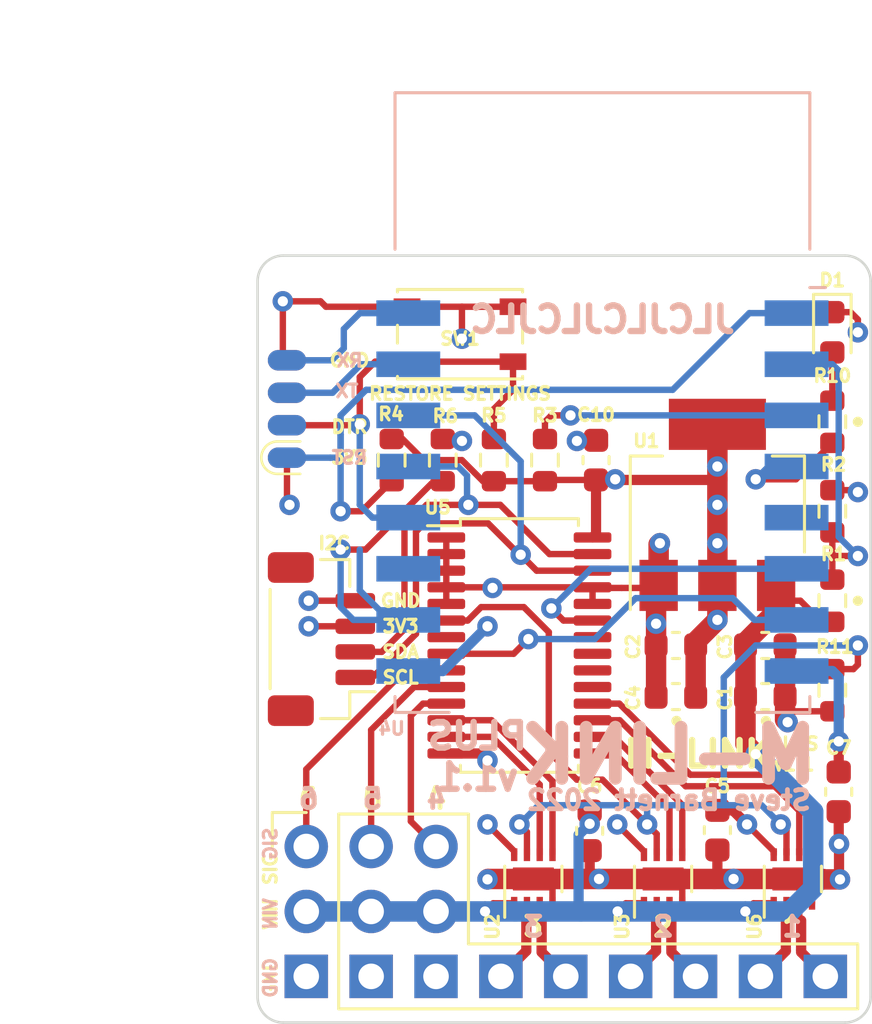
<source format=kicad_pcb>
(kicad_pcb (version 20211014) (generator pcbnew)
  (layers (0 "F.Cu" signal) (1 "In1.Cu" signal) (2 "In2.Cu" signal) (31 "B.Cu" signal) (34 "B.Paste" user) (35 "F.Paste" user) (36 "B.SilkS" user "B.Silkscreen") (37 "F.SilkS" user "F.Silkscreen") (38 "B.Mask" user) (39 "F.Mask" user) (44 "Edge.Cuts" user))
  (net 0 "")
  (net 1 "GND")
  (net 2 "/DTR")
  (net 3 "/RX")
  (net 4 "/TX")
  (net 5 "+5V")
  (net 6 "/RESET")
  (net 7 "/ADC")
  (net 8 "/EN")
  (net 9 "/CH1")
  (net 10 "/CH2")
  (net 11 "/CH3")
  (net 12 "/CH5")
  (net 13 "/CH4")
  (net 14 "Net-(D1-Pad2)")
  (net 15 "/CH6")
  (net 16 "/MTDI")
  (net 17 "/LED1")
  (net 18 "+3V3")
  (net 19 "/SCL")
  (net 20 "/SDA")
  (net 21 "/SLEEP")
  (net 29 "/CH7")
  (net 30 "/M1A")
  (net 31 "/M2A")
  (net 32 "/M2B")
  (net 33 "/M1B")
  (net 34 "/CH8")
  (net 35 "/CH9")
  (net 36 "/M3A")
  (net 37 "/M3B")
  (net 38 "/ENABLE")
  (net 40 "/FEEDBACK")
  (footprint "Capacitor_SMD:C_0603_1608Metric" (layer "F.Cu") (at 92.25 77 90)
    (fp_text reference "C10")
    (fp_text value "100n")
  )
  (footprint "Resistor_SMD:R_0603_1608Metric" (layer "F.Cu") (at 101.5 82.5 90)
    (fp_text reference "R1")
    (fp_text value "33k")
  )
  (footprint "Package_SON:WSON-8-1EP_2x2mm_P0.5mm_EP0.9x1.6mm" (layer "F.Cu") (at 94.875 93.384 90)
    (fp_text reference "U3")
    (fp_text value "DRV8837C")
  )
  (footprint "Package_TO_SOT_SMD:SOT-223-3_TabPin2" (layer "F.Cu") (at 97 78.75 90)
    (fp_text reference "U1")
    (fp_text value "AP1117-33")
  )
  (footprint "LED_SMD:LED_0603_1608Metric" (layer "F.Cu") (at 101.5 72 -90)
    (fp_text reference "D1")
    (fp_text value "STATUS")
  )
  (footprint "new_moop_items:SW_SPST_PTS810" (layer "F.Cu") (at 86.925 72.075)
    (fp_text reference "SW1")
    (fp_text value "RESTORE SETTINGS")
  )
  (footprint "Package_SON:WSON-8-1EP_2x2mm_P0.5mm_EP0.9x1.6mm" (layer "F.Cu") (at 99.955 93.384 90)
    (fp_text reference "U6")
    (fp_text value "DRV8837C")
  )
  (footprint "Capacitor_SMD:C_0603_1608Metric" (layer "F.Cu") (at 98.875 86.25)
    (fp_text reference "C1")
    (fp_text value "1u")
  )
  (footprint "Capacitor_SMD:C_0603_1608Metric" (layer "F.Cu") (at 98.875 84.25)
    (fp_text reference "C3")
    (fp_text value "100n")
  )
  (footprint "Capacitor_SMD:C_0603_1608Metric" (layer "F.Cu") (at 101.75 89.975 -90)
    (fp_text reference "C7")
    (fp_text value "100n")
  )
  (footprint "Package_SON:WSON-8-1EP_2x2mm_P0.5mm_EP0.9x1.6mm" (layer "F.Cu") (at 89.795 93.384 90)
    (fp_text reference "U2")
    (fp_text value "DRV8837C")
  )
  (footprint "new_moop_items:ServoHeader_3x06_P2.54mm_Vertical" (layer "F.Cu") (at 80.905 97.194 90)
    (fp_text reference "J3" hide)
    (fp_text value "SIG")
  )
  (footprint "Capacitor_SMD:C_0603_1608Metric" (layer "F.Cu") (at 95.375 86.25 180)
    (fp_text reference "C4")
    (fp_text value "1u")
  )
  (footprint "Package_SO:TSSOP-28_4.4x9.7mm_P0.65mm" (layer "F.Cu") (at 89.25 84.25)
    (fp_text reference "U5")
    (fp_text value "PCA9685PW")
  )
  (footprint "Resistor_SMD:R_0603_1608Metric" (layer "F.Cu") (at 101.5 75.5 90)
    (fp_text reference "R10")
    (fp_text value "100")
  )
  (footprint "Resistor_SMD:R_0603_1608Metric" (layer "F.Cu") (at 84.25 77 -90)
    (fp_text reference "R4")
    (fp_text value "10k")
  )
  (footprint "Resistor_SMD:R_0603_1608Metric" (layer "F.Cu") (at 90.25 77 90)
    (fp_text reference "R3")
    (fp_text value "10k")
  )
  (footprint "Capacitor_SMD:C_0603_1608Metric" (layer "F.Cu") (at 97 91.475 -90)
    (fp_text reference "C5")
    (fp_text value "100n")
  )
  (footprint "Connector_JST:JST_SH_BM04B-SRSS-TB_1x04-1MP_P1.00mm_Vertical" (layer "F.Cu") (at 81.5 84 90)
    (fp_text reference "J5" hide)
    (fp_text value "I2C")
  )
  (footprint "Capacitor_SMD:C_0603_1608Metric" (layer "F.Cu") (at 95.375 84.25 180)
    (fp_text reference "C2")
    (fp_text value "100n")
  )
  (footprint "Capacitor_SMD:C_0603_1608Metric" (layer "F.Cu") (at 92 91.5 -90)
    (fp_text reference "C6")
    (fp_text value "100n")
  )
  (footprint "Resistor_SMD:R_0603_1608Metric" (layer "F.Cu") (at 101.5 86 90)
    (fp_text reference "R11")
    (fp_text value "10k")
  )
  (footprint "Resistor_SMD:R_0603_1608Metric" (layer "F.Cu") (at 101.5 79 90)
    (fp_text reference "R2")
    (fp_text value "10k")
  )
  (footprint "Resistor_SMD:R_0603_1608Metric" (layer "F.Cu") (at 86.25 77 90)
    (fp_text reference "R6")
    (fp_text value "10k")
  )
  (footprint "Resistor_SMD:R_0603_1608Metric" (layer "F.Cu") (at 88.25 77 90)
    (fp_text reference "R5")
    (fp_text value "10k")
  )
  (footprint "new_moop_items:SOIC_clipProgSmall" (layer "F.Cu") (at 79.4 75 -90)
    (fp_text reference "J4")
    (fp_text value "PROGRAM")
  )
  (footprint "RF_Module:ESP-12E" (layer "B.Cu") (at 92.5 74.75 180)
    (fp_text reference "U4")
    (fp_text value "ESP-12F")
  )
  (gr_circle (center 98.9 87.2) (end 99 87.2) (layer "F.SilkS") (width 0.2) (fill none))
  (gr_circle (center 102.5 82.5) (end 102.6 82.5) (layer "F.SilkS") (width 0.2) (fill none))
  (gr_circle (center 95.4 87.2) (end 95.5 87.2) (layer "F.SilkS") (width 0.2) (fill none))
  (gr_circle (center 102.5 75.5) (end 102.6 75.5) (layer "F.SilkS") (width 0.2) (fill none))
  (gr_line (start 103 81) (end 103 98) (layer "Edge.Cuts") (width 0.1))
  (gr_arc (start 80 99) (mid 79.292893 98.707107) (end 79 98) (layer "Edge.Cuts") (width 0.1))
  (gr_line (start 102 99) (end 80 99) (layer "Edge.Cuts") (width 0.1))
  (gr_line (start 79 70) (end 79 98) (layer "Edge.Cuts") (width 0.1))
  (gr_arc (start 79 70) (mid 79.292893 69.292893) (end 80 69) (layer "Edge.Cuts") (width 0.1))
  (gr_arc (start 103 98) (mid 102.707107 98.707107) (end 102 99) (layer "Edge.Cuts") (width 0.1))
  (gr_line (start 103 70) (end 103 81) (layer "Edge.Cuts") (width 0.1))
  (gr_arc (start 102 69) (mid 102.707107 69.292893) (end 103 70) (layer "Edge.Cuts") (width 0.1))
  (gr_line (start 80 69) (end 102 69) (layer "Edge.Cuts") (width 0.1))
  (gr_text "TX" (at 82.5 74.3) (layer "B.SilkS") (effects (font (size 0.5 0.5) (thickness 0.125)) (justify mirror)))
  (gr_text "GND" (at 79.5 97.25 90) (layer "B.SilkS") (effects (font (size 0.5 0.5) (thickness 0.125)) (justify mirror)))
  (gr_text "JLCJLCJLCJLC" (at 92.5 71.5) (layer "B.SilkS") (effects (font (size 1 1) (thickness 0.25)) (justify mirror)))
  (gr_text "RX" (at 82.6 73.1) (layer "B.SilkS") (effects (font (size 0.5 0.5) (thickness 0.125)) (justify mirror)))
  (gr_text "3" (at 89.795 95.25) (layer "B.SilkS") (effects (font (size 0.75 0.75) (thickness 0.1875)) (justify mirror)))
  (gr_text "M-LINK" (at 95.1 88.55) (layer "B.SilkS") (effects (font (size 2 2) (thickness 0.5)) (justify mirror)))
  (gr_text "6" (at 81 90.25) (layer "B.SilkS") (effects (font (size 0.75 0.75) (thickness 0.1875)) (justify mirror)))
  (gr_text "2" (at 94.875 95.25) (layer "B.SilkS") (effects (font (size 0.75 0.75) (thickness 0.1875)) (justify mirror)))
  (gr_text "1" (at 99.93 95.25) (layer "B.SilkS") (effects (font (size 0.75 0.75) (thickness 0.1875)) (justify mirror)))
  (gr_text "PLUS\nv1.1" (at 87.6 88.6) (layer "B.SilkS") (effects (font (size 1 1) (thickness 0.25)) (justify mirror)))
  (gr_text "Steve Barnett 2022" (at 95.1 90.3) (layer "B.SilkS") (effects (font (size 0.75 0.75) (thickness 0.1875)) (justify mirror)))
  (gr_text "4" (at 86 90.25) (layer "B.SilkS") (effects (font (size 0.75 0.75) (thickness 0.1875)) (justify mirror)))
  (gr_text "VIN" (at 79.5 94.75 90) (layer "B.SilkS") (effects (font (size 0.5 0.5) (thickness 0.125)) (justify mirror)))
  (gr_text "SIG" (at 79.5 92 90) (layer "B.SilkS") (effects (font (size 0.5 0.5) (thickness 0.125)) (justify mirror)))
  (gr_text "RST" (at 82.6 76.9) (layer "B.SilkS") (effects (font (size 0.5 0.5) (thickness 0.125)) (justify mirror)))
  (gr_text "5" (at 83.5 90.25) (layer "B.SilkS") (effects (font (size 0.75 0.75) (thickness 0.1875)) (justify mirror)))
  (gr_text "3V3" (at 84.6 83.5) (layer "F.SilkS") (effects (font (size 0.5 0.5) (thickness 0.125))))
  (gr_text "GND" (at 79.5 97.25 90) (layer "F.SilkS") (effects (font (size 0.5 0.5) (thickness 0.125))))
  (gr_text "VIN" (at 79.5 94.75 90) (layer "F.SilkS") (effects (font (size 0.5 0.5) (thickness 0.125))))
  (gr_text "6" (at 81 90.25) (layer "F.SilkS") (effects (font (size 0.75 0.75) (thickness 0.1875))))
  (gr_text "GND" (at 82.6 73.1) (layer "F.SilkS") (effects (font (size 0.5 0.5) (thickness 0.125))))
  (gr_text "3V3" (at 82.6 76.9) (layer "F.SilkS") (effects (font (size 0.5 0.5) (thickness 0.125))))
  (gr_text "M-LINK" (at 96.25 88.5) (layer "F.SilkS") (effects (font (size 1 1) (thickness 0.25))))
  (gr_text "DTR" (at 82.6 75.7) (layer "F.SilkS") (effects (font (size 0.5 0.5) (thickness 0.125))))
  (gr_text "PLUS\nv1.1" (at 100 88.5) (layer "F.SilkS") (effects (font (size 0.5 0.5) (thickness 0.125))))
  (gr_text "GND" (at 84.6 82.5) (layer "F.SilkS") (effects (font (size 0.5 0.5) (thickness 0.125))))
  (gr_text "SCL" (at 84.6 85.5) (layer "F.SilkS") (effects (font (size 0.5 0.5) (thickness 0.125))))
  (gr_text "SDA" (at 84.6 84.5) (layer "F.SilkS") (effects (font (size 0.5 0.5) (thickness 0.125))))
  (gr_text "1" (at 99.93 95.25) (layer "F.SilkS") (effects (font (size 0.75 0.75) (thickness 0.1875))))
  (gr_text "2" (at 94.875 95.25) (layer "F.SilkS") (effects (font (size 0.75 0.75) (thickness 0.1875))))
  (gr_text "5" (at 83.5 90.25) (layer "F.SilkS") (effects (font (size 0.75 0.75) (thickness 0.1875))))
  (gr_text "3" (at 89.795 95.25) (layer "F.SilkS") (effects (font (size 0.75 0.75) (thickness 0.1875))))
  (gr_text "SIG" (at 79.5 93 90) (layer "F.SilkS") (effects (font (size 0.5 0.5) (thickness 0.125))))
  (gr_text "4" (at 86 90.25) (layer "F.SilkS") (effects (font (size 0.75 0.75) (thickness 0.1875))))
  (segment (start 101.762299 92.012299) (end 101.762299 93.362299) (width 0.4) (layer "F.Cu") (net 1))
  (segment (start 101.5 78.175) (end 102.425 78.175) (width 0.25) (layer "F.Cu") (net 1))
  (segment (start 95.716 93.384) (end 96.884 93.384) (width 0.8) (layer "F.Cu") (net 1))
  (segment (start 94.6 82) (end 94.7 81.9) (width 0.8) (layer "F.Cu") (net 1))
  (segment (start 93.25 82) (end 92.1375 82) (width 0.25) (layer "F.Cu") (net 1))
  (segment (start 100.705 93.845) (end 101.116 93.434) (width 0.25) (layer "F.Cu") (net 1))
  (segment (start 92.25 76.225) (end 91.525 76.225) (width 0.4) (layer "F.Cu") (net 1))
  (segment (start 94.7 81.9) (end 94.7 80.3) (width 0.8) (layer "F.Cu") (net 1))
  (segment (start 86.925 76.175) (end 87 76.25) (width 0.25) (layer "F.Cu") (net 1))
  (segment (start 86.3875 80.025) (end 86.3875 82.625) (width 0.25) (layer "F.Cu") (net 1))
  (segment (start 101.5 86.825) (end 99.975 86.825) (width 0.25) (layer "F.Cu") (net 1))
  (segment (start 79.987701 72.932701) (end 80.15 73.095) (width 0.25) (layer "F.Cu") (net 1))
  (segment (start 101.132 93.4) (end 101.8 93.4) (width 0.8) (layer "F.Cu") (net 1))
  (segment (start 94.875 93.384) (end 95.716 93.384) (width 0.8) (layer "F.Cu") (net 1))
  (segment (start 97 93.268) (end 96.884 93.384) (width 0.4) (layer "F.Cu") (net 1))
  (segment (start 79.987701 70.787701) (end 81.462299 70.787701) (width 0.25) (layer "F.Cu") (net 1))
  (segment (start 79.987701 70.787701) (end 79.987701 72.932701) (width 0.25) (layer "F.Cu") (net 1))
  (segment (start 92.1125 81.975) (end 86.3875 81.975) (width 0.25) (layer "F.Cu") (net 1))
  (segment (start 101.75 92) (end 101.762299 92.012299) (width 0.4) (layer "F.Cu") (net 1))
  (segment (start 89.795 93.384) (end 90.866 93.384) (width 0.8) (layer "F.Cu") (net 1))
  (segment (start 87 71) (end 84.85 71) (width 0.25) (layer "F.Cu") (net 1))
  (segment (start 94.6 82) (end 93.25 82) (width 0.25) (layer "F.Cu") (net 1))
  (segment (start 101.75 90.75) (end 101.75 92) (width 0.4) (layer "F.Cu") (net 1))
  (segment (start 99.955 93.384) (end 101.116 93.384) (width 0.8) (layer "F.Cu") (net 1))
  (segment (start 97 92.25) (end 97 93.268) (width 0.4) (layer "F.Cu") (net 1))
  (segment (start 89 71) (end 87 71) (width 0.25) (layer "F.Cu") (net 1))
  (segment (start 91.525 76.225) (end 91.5 76.25) (width 0.4) (layer "F.Cu") (net 1))
  (segment (start 102.5 71.5) (end 102.2125 71.2125) (width 0.25) (layer "F.Cu") (net 1))
  (segment (start 94.6 84.25) (end 94.6 82) (width 0.8) (layer "F.Cu") (net 1))
  (segment (start 99.65 87.15) (end 99.75 87.25) (width 0.8) (layer "F.Cu") (net 1))
  (segment (start 92 93.268) (end 91.884 93.384) (width 0.4) (layer "F.Cu") (net 1))
  (segment (start 96.884 93.384) (end 99.955 93.384) (width 0.8) (layer "F.Cu") (net 1))
  (segment (start 100.705 94.334) (end 100.705 93.845) (width 0.25) (layer "F.Cu") (net 1))
  (segment (start 87.725 88.475) (end 88 88.75) (width 0.4) (layer "F.Cu") (net 1))
  (segment (start 86.9 72.35) (end 87 72.25) (width 0.25) (layer "F.Cu") (net 1))
  (segment (start 95.625 94.334) (end 95.625 93.475) (width 0.25) (layer "F.Cu") (net 1))
  (segment (start 90.545 93.705) (end 90.866 93.384) (width 0.25) (layer "F.Cu") (net 1))
  (segment (start 102.5 72) (end 102.5 71.5) (width 0.25) (layer "F.Cu") (net 1))
  (segment (start 99.65 84.25) (end 99.65 86.25) (width 0.8) (layer "F.Cu") (net 1))
  (segment (start 101.762299 93.362299) (end 101.8 93.4) (width 0.4) (layer "F.Cu") (net 1))
  (segment (start 94.6 86.25) (end 94.6 84.25) (width 0.8) (layer "F.Cu") (net 1))
  (segment (start 90.545 94.334) (end 90.545 93.705) (width 0.25) (layer "F.Cu") (net 1))
  (segment (start 86.25 76.175) (end 86.925 76.175) (width 0.25) (layer "F.Cu") (net 1))
  (segment (start 95.625 93.475) (end 95.716 93.384) (width 0.25) (layer "F.Cu") (net 1))
  (segment (start 87 72.25) (end 87 71) (width 0.25) (layer "F.Cu") (net 1))
  (segment (start 92 92.275) (end 92 93.268) (width 0.4) (layer "F.Cu") (net 1))
  (segment (start 101.116 93.434) (end 101.116 93.384) (width 0.25) (layer "F.Cu") (net 1))
  (segment (start 81.674598 71) (end 81.462299 70.787701) (width 0.25) (layer "F.Cu") (net 1))
  (segment (start 86.3875 88.475) (end 87.725 88.475) (width 0.4) (layer "F.Cu") (net 1))
  (segment (start 102.425 78.175) (end 102.5 78.25) (width 0.25) (layer "F.Cu") (net 1))
  (segment (start 84.85 71) (end 81.674598 71) (width 0.25) (layer "F.Cu") (net 1))
  (segment (start 91.884 93.384) (end 94.875 93.384) (width 0.8) (layer "F.Cu") (net 1))
  (segment (start 82.825 82.5) (end 81 82.5) (width 0.25) (layer "F.Cu") (net 1))
  (segment (start 99.65 86.25) (end 99.65 87.15) (width 0.8) (layer "F.Cu") (net 1))
  (segment (start 99.975 86.825) (end 99.65 87.15) (width 0.25) (layer "F.Cu") (net 1))
  (segment (start 101.116 93.384) (end 101.132 93.4) (width 0.8) (layer "F.Cu") (net 1))
  (segment (start 88.016 93.384) (end 88 93.4) (width 0.8) (layer "F.Cu") (net 1))
  (segment (start 92.1125 82.625) (end 92.1125 81.975) (width 0.25) (layer "F.Cu") (net 1))
  (segment (start 102.2125 71.2125) (end 101.5 71.2125) (width 0.25) (layer "F.Cu") (net 1))
  (segment (start 94.7 80.3) (end 94.75 80.25) (width 0.8) (layer "F.Cu") (net 1))
  (segment (start 89.795 93.384) (end 88.016 93.384) (width 0.8) (layer "F.Cu") (net 1))
  (segment (start 92.1375 82) (end 92.1125 81.975) (width 0.25) (layer "F.Cu") (net 1))
  (segment (start 90.866 93.384) (end 91.884 93.384) (width 0.8) (layer "F.Cu") (net 1))
  (via (at 94.75 80.25) (size 0.8) (drill 0.4) (layers "F.Cu" "B.Cu") (net 1))
  (via (at 87 76.25) (size 0.8) (drill 0.4) (layers "F.Cu" "B.Cu") (net 1))
  (via (at 91.5 76.25) (size 0.8) (drill 0.4) (layers "F.Cu" "B.Cu") (net 1))
  (via (at 99.75 87.25) (size 0.8) (drill 0.4) (layers "F.Cu" "B.Cu") (net 1))
  (via (at 88 83.5) (size 0.8) (drill 0.4) (layers "F.Cu" "B.Cu") (net 1))
  (via (at 79.987701 70.787701) (size 0.8) (drill 0.4) (layers "F.Cu" "B.Cu") (net 1))
  (via (at 81 82.5) (size 0.8) (drill 0.4) (layers "F.Cu" "B.Cu") (net 1))
  (via (at 88 88.75) (size 0.8) (drill 0.4) (layers "F.Cu" "B.Cu") (net 1))
  (via (at 97.634 93.384) (size 0.8) (drill 0.4) (layers "F.Cu" "B.Cu") (net 1))
  (via (at 92.366 93.384) (size 0.8) (drill 0.4) (layers "F.Cu" "B.Cu") (net 1))
  (via (at 88 93.4) (size 0.8) (drill 0.4) (layers "F.Cu" "B.Cu") (net 1))
  (via (at 88.2 82) (size 0.8) (drill 0.4) (layers "F.Cu" "B.Cu") (net 1))
  (via (at 101.8 93.4) (size 0.8) (drill 0.4) (layers "F.Cu" "B.Cu") (net 1))
  (via (at 102.5 72) (size 0.8) (drill 0.4) (layers "F.Cu" "B.Cu") (net 1))
  (via (at 94.6 83.4) (size 0.8) (drill 0.4) (layers "F.Cu" "B.Cu") (net 1))
  (via (at 101.762299 92.012299) (size 0.8) (drill 0.4) (layers "F.Cu" "B.Cu") (net 1))
  (via (at 102.5 78.25) (size 0.8) (drill 0.4) (layers "F.Cu" "B.Cu") (net 1))
  (via (at 87 72.25) (size 0.8) (drill 0.4) (layers "F.Cu" "B.Cu") (net 1))
  (segment (start 86.25 85.25) (end 88 83.5) (width 0.4) (layer "B.Cu") (net 1))
  (segment (start 84.9 85.25) (end 86.25 85.25) (width 0.4) (layer "B.Cu") (net 1))
  (segment (start 80.15 75.635) (end 82.865 75.635) (width 0.25) (layer "F.Cu") (net 2))
  (segment (start 84.85 73.15) (end 89 73.15) (width 0.25) (layer "F.Cu") (net 2))
  (segment (start 88.25 75) (end 88.25 76.175) (width 0.25) (layer "F.Cu") (net 2))
  (segment (start 83.6 73.15) (end 84.85 73.15) (width 0.25) (layer "F.Cu") (net 2))
  (segment (start 83 73.75) (end 83.6 73.15) (width 0.25) (layer "F.Cu") (net 2))
  (segment (start 82.865 75.635) (end 83 75.5) (width 0.25) (layer "F.Cu") (net 2))
  (segment (start 89 73.15) (end 89 74.25) (width 0.25) (layer "F.Cu") (net 2))
  (segment (start 83 75.6) (end 83 73.75) (width 0.25) (layer "F.Cu") (net 2))
  (segment (start 89 74.25) (end 88.25 75) (width 0.25) (layer "F.Cu") (net 2))
  (via (at 83 75.6) (size 0.8) (drill 0.4) (layers "F.Cu" "B.Cu") (net 2))
  (segment (start 83.5 79.25) (end 84.9 79.25) (width 0.25) (layer "B.Cu") (net 2))
  (segment (start 83 78.75) (end 83 75.6) (width 0.25) (layer "B.Cu") (net 2))
  (segment (start 83 78.75) (end 83.5 79.25) (width 0.25) (layer "B.Cu") (net 2))
  (segment (start 82.375 71.875) (end 82.375 72.625) (width 0.25) (layer "B.Cu") (net 3))
  (segment (start 84.9 71.25) (end 83 71.25) (width 0.25) (layer "B.Cu") (net 3))
  (segment (start 82.375 72.625) (end 81.905 73.095) (width 0.25) (layer "B.Cu") (net 3))
  (segment (start 81.905 73.095) (end 80.15 73.095) (width 0.25) (layer "B.Cu") (net 3))
  (segment (start 83 71.25) (end 82.375 71.875) (width 0.25) (layer "B.Cu") (net 3))
  (segment (start 81.935 74.365) (end 80.15 74.365) (width 0.25) (layer "B.Cu") (net 4))
  (segment (start 83.05 73.25) (end 81.935 74.365) (width 0.25) (layer "B.Cu") (net 4))
  (segment (start 84.9 73.25) (end 83.05 73.25) (width 0.25) (layer "B.Cu") (net 4))
  (segment (start 88.224 94.334) (end 87.904 94.654) (width 0.25) (layer "F.Cu") (net 5))
  (segment (start 101.5 83.325) (end 101.075 83.325) (width 0.25) (layer "F.Cu") (net 5))
  (segment (start 89.045 94.334) (end 88.224 94.334) (width 0.25) (layer "F.Cu") (net 5))
  (segment (start 98.1 84.25) (end 98.1 84.125) (width 0.8) (layer "F.Cu") (net 5))
  (segment (start 92 90.725) (end 92 91.2255) (width 0.4) (layer "F.Cu") (net 5))
  (segment (start 99.3 82.925) (end 99.3 81.9) (width 0.8) (layer "F.Cu") (net 5))
  (segment (start 94.125 94.334) (end 93.416 94.334) (width 0.25) (layer "F.Cu") (net 5))
  (segment (start 98.1 88.1) (end 98.5 88.5) (width 0.8) (layer "F.Cu") (net 5))
  (segment (start 98.1 84.125) (end 99.3 82.925) (width 0.8) (layer "F.Cu") (net 5))
  (segment (start 98.1 86.25) (end 98.1 88.1) (width 0.8) (layer "F.Cu") (net 5))
  (segment (start 99.205 94.334) (end 98.416 94.334) (width 0.25) (layer "F.Cu") (net 5))
  (segment (start 98.416 94.334) (end 98.096 94.654) (width 0.25) (layer "F.Cu") (net 5))
  (segment (start 100.25 82.5) (end 99.9 82.5) (width 0.25) (layer "F.Cu") (net 5))
  (segment (start 99.9 82.5) (end 99.3 81.9) (width 0.25) (layer "F.Cu") (net 5))
  (segment (start 93.416 94.334) (end 93.096 94.654) (width 0.25) (layer "F.Cu") (net 5))
  (segment (start 98.1 86.25) (end 98.1 84.25) (width 0.8) (layer "F.Cu") (net 5))
  (segment (start 101.075 83.325) (end 100.25 82.5) (width 0.25) (layer "F.Cu") (net 5))
  (via (at 98.5 88.5) (size 0.8) (drill 0.4) (layers "F.Cu" "B.Cu") (net 5))
  (via (at 98.096 94.654) (size 0.8) (drill 0.4) (layers "F.Cu" "B.Cu") (net 5))
  (via (at 87.904 94.654) (size 0.8) (drill 0.4) (layers "F.Cu" "B.Cu") (net 5))
  (via (at 93.096 94.654) (size 0.8) (drill 0.4) (layers "F.Cu" "B.Cu") (net 5))
  (via (at 92 91.2255) (size 0.8) (drill 0.4) (layers "F.Cu" "B.Cu") (net 5))
  (segment (start 90.404 94.654) (end 91.654 94.654) (width 0.8) (layer "B.Cu") (net 5))
  (segment (start 93.096 94.654) (end 98.096 94.654) (width 0.8) (layer "B.Cu") (net 5))
  (segment (start 91.566 94.566) (end 91.654 94.654) (width 0.4) (layer "B.Cu") (net 5))
  (segment (start 99.846 94.654) (end 100.75 93.75) (width 0.8) (layer "B.Cu") (net 5))
  (segment (start 92 91.2255) (end 91.566 91.6595) (width 0.4) (layer "B.Cu") (net 5))
  (segment (start 85.985 94.654) (end 80.905 94.654) (width 0.8) (layer "B.Cu") (net 5))
  (segment (start 91.654 94.654) (end 93.096 94.654) (width 0.8) (layer "B.Cu") (net 5))
  (segment (start 87.904 94.654) (end 89.096 94.654) (width 0.8) (layer "B.Cu") (net 5))
  (segment (start 91.566 91.6595) (end 91.566 94.566) (width 0.4) (layer "B.Cu") (net 5))
  (segment (start 100.75 93.75) (end 100.75 90.75) (width 0.8) (layer "B.Cu") (net 5))
  (segment (start 89.096 94.654) (end 90.404 94.654) (width 0.8) (layer "B.Cu") (net 5))
  (segment (start 100.75 90.75) (end 98.5 88.5) (width 0.8) (layer "B.Cu") (net 5))
  (segment (start 98.096 94.654) (end 99.846 94.654) (width 0.8) (layer "B.Cu") (net 5))
  (segment (start 85.985 94.654) (end 87.904 94.654) (width 0.8) (layer "B.Cu") (net 5))
  (segment (start 82.25 79) (end 83.075 79) (width 0.25) (layer "F.Cu") (net 6))
  (segment (start 83.075 79) (end 84.25 77.825) (width 0.25) (layer "F.Cu") (net 6))
  (via (at 82.25 79) (size 0.8) (drill 0.4) (layers "F.Cu" "B.Cu") (net 6))
  (segment (start 83.25 74.25) (end 95.25 74.25) (width 0.25) (layer "B.Cu") (net 6))
  (segment (start 82.195 76.905) (end 82.25 76.85) (width 0.25) (layer "B.Cu") (net 6))
  (segment (start 82.25 79) (end 82.25 76.85) (width 0.25) (layer "B.Cu") (net 6))
  (segment (start 81.845 76.905) (end 82.195 76.905) (width 0.25) (layer "B.Cu") (net 6))
  (segment (start 82.25 75.25) (end 83.25 74.25) (width 0.25) (layer "B.Cu") (net 6))
  (segment (start 95.25 74.25) (end 98.25 71.25) (width 0.25) (layer "B.Cu") (net 6))
  (segment (start 80.15 76.905) (end 81.845 76.905) (width 0.25) (layer "B.Cu") (net 6))
  (segment (start 98.25 71.25) (end 100.1 71.25) (width 0.25) (layer "B.Cu") (net 6))
  (segment (start 82.25 76) (end 82.25 75.25) (width 0.25) (layer "B.Cu") (net 6))
  (segment (start 82.25 76) (end 82.25 76.5) (width 0.25) (layer "B.Cu") (net 6))
  (segment (start 82.25 76.85) (end 82.25 76) (width 0.25) (layer "B.Cu") (net 6))
  (segment (start 101.5 80.75) (end 102.5 80.75) (width 0.25) (layer "F.Cu") (net 7))
  (segment (start 101.5 81.675) (end 101.5 80.75) (width 0.25) (layer "F.Cu") (net 7))
  (segment (start 101.5 80.75) (end 101.5 79.825) (width 0.25) (layer "F.Cu") (net 7))
  (via (at 102.5 80.75) (size 0.8) (drill 0.4) (layers "F.Cu" "B.Cu") (net 7))
  (segment (start 101.5 73.25) (end 100.1 73.25) (width 0.25) (layer "B.Cu") (net 7))
  (segment (start 102.5 80.75) (end 101.75 80) (width 0.25) (layer "B.Cu") (net 7))
  (segment (start 101.75 80) (end 101.75 73.5) (width 0.25) (layer "B.Cu") (net 7))
  (segment (start 101.75 73.5) (end 101.5 73.25) (width 0.25) (layer "B.Cu") (net 7))
  (segment (start 90.25 76.175) (end 90.25 75.5) (width 0.25) (layer "F.Cu") (net 8))
  (segment (start 90.25 75.5) (end 90.5 75.25) (width 0.25) (layer "F.Cu") (net 8))
  (segment (start 90.5 75.25) (end 91.25 75.25) (width 0.25) (layer "F.Cu") (net 8))
  (via (at 91.25 75.25) (size 0.8) (drill 0.4) (layers "F.Cu" "B.Cu") (net 8))
  (segment (start 91.25 75.25) (end 100.1 75.25) (width 0.25) (layer "B.Cu") (net 8))
  (segment (start 84.775 85.225) (end 86.3875 85.225) (width 0.25) (layer "F.Cu") (net 9))
  (segment (start 80.905 89.095) (end 84.775 85.225) (width 0.25) (layer "F.Cu") (net 9))
  (segment (start 80.905 92.114) (end 80.905 89.095) (width 0.25) (layer "F.Cu") (net 9))
  (segment (start 83.445 92.114) (end 83.445 87.555) (width 0.25) (layer "F.Cu") (net 10))
  (segment (start 83.445 87.555) (end 85.125 85.875) (width 0.25) (layer "F.Cu") (net 10))
  (segment (start 85.125 85.875) (end 86.3875 85.875) (width 0.25) (layer "F.Cu") (net 10))
  (segment (start 86.3875 86.525) (end 85.475 86.525) (width 0.25) (layer "F.Cu") (net 11))
  (segment (start 85 91.129) (end 85.985 92.114) (width 0.25) (layer "F.Cu") (net 11))
  (segment (start 85 87) (end 85 91.129) (width 0.25) (layer "F.Cu") (net 11))
  (segment (start 85.475 86.525) (end 85 87) (width 0.25) (layer "F.Cu") (net 11))
  (segment (start 88.161396 87.175) (end 86.3875 87.175) (width 0.25) (layer "F.Cu") (net 12))
  (segment (start 90.545 92.434) (end 90.545 89.558604) (width 0.25) (layer "F.Cu") (net 12))
  (segment (start 90.545 89.558604) (end 88.161396 87.175) (width 0.25) (layer "F.Cu") (net 12))
  (segment (start 90.045 89.695) (end 88.175 87.825) (width 0.25) (layer "F.Cu") (net 13))
  (segment (start 88.175 87.825) (end 86.3875 87.825) (width 0.25) (layer "F.Cu") (net 13))
  (segment (start 90.045 92.434) (end 90.045 89.695) (width 0.25) (layer "F.Cu") (net 13))
  (segment (start 101.5 74.675) (end 101.5 72.7875) (width 0.25) (layer "F.Cu") (net 14))
  (segment (start 95.125 92.434) (end 95.125 90.625) (width 0.25) (layer "F.Cu") (net 15))
  (segment (start 95.125 90.625) (end 92.975 88.475) (width 0.25) (layer "F.Cu") (net 15))
  (segment (start 92.975 88.475) (end 92.1125 88.475) (width 0.25) (layer "F.Cu") (net 15))
  (segment (start 86.25 77.825) (end 85.902208 77.825) (width 0.25) (layer "F.Cu") (net 16))
  (segment (start 85.902208 77.825) (end 83.227208 80.5) (width 0.25) (layer "F.Cu") (net 16))
  (segment (start 83.227208 80.5) (end 82.25 80.5) (width 0.25) (layer "F.Cu") (net 16))
  (via (at 82.25 80.5) (size 0.8) (drill 0.4) (layers "F.Cu" "B.Cu") (net 16))
  (segment (start 82.25 82.75) (end 82.25 80.5) (width 0.25) (layer "B.Cu") (net 16))
  (segment (start 83 82.1) (end 83 80.5) (width 0.25) (layer "B.Cu") (net 16))
  (segment (start 84.9 83.25) (end 82.75 83.25) (width 0.25) (layer "B.Cu") (net 16))
  (segment (start 84.9 83.25) (end 84.15 83.25) (width 0.25) (layer "B.Cu") (net 16))
  (segment (start 84.15 83.25) (end 83 82.1) (width 0.25) (layer "B.Cu") (net 16))
  (segment (start 82.75 83.25) (end 82.25 82.75) (width 0.25) (layer "B.Cu") (net 16))
  (segment (start 101.5 76.325) (end 100.075 77.75) (width 0.25) (layer "F.Cu") (net 17))
  (segment (start 100.075 77.75) (end 98.5 77.75) (width 0.25) (layer "F.Cu") (net 17))
  (via (at 98.5 77.75) (size 0.8) (drill 0.4) (layers "F.Cu" "B.Cu") (net 17))
  (segment (start 100.1 77.25) (end 99 77.25) (width 0.25) (layer "B.Cu") (net 17))
  (segment (start 99 77.25) (end 98.5 77.75) (width 0.25) (layer "B.Cu") (net 17))
  (segment (start 89.045 92.434) (end 89.045 92.295) (width 0.25) (layer "F.Cu") (net 18))
  (segment (start 92.25 77.775) (end 90.3 77.775) (width 0.25) (layer "F.Cu") (net 18))
  (segment (start 90.25 77.825) (end 88.25 77.825) (width 0.25) (layer "F.Cu") (net 18))
  (segment (start 97 75.6) (end 97 77.75) (width 0.8) (layer "F.Cu") (net 18))
  (segment (start 87.825 77.825) (end 87 77) (width 0.25) (layer "F.Cu") (net 18))
  (segment (start 96.15 84.25) (end 96.15 84.1) (width 0.8) (layer "F.Cu") (net 18))
  (segment (start 96.15 84.1) (end 97 83.25) (width 0.8) (layer "F.Cu") (net 18))
  (segment (start 80.15 76.905) (end 80.15 78.65) (width 0.25) (layer "F.Cu") (net 18))
  (segment (start 97 83.25) (end 97 81.9) (width 0.8) (layer "F.Cu") (net 18))
  (segment (start 97 77.75) (end 97 81.9) (width 0.8) (layer "F.Cu") (net 18))
  (segment (start 82.825 83.5) (end 81 83.5) (width 0.25) (layer "F.Cu") (net 18))
  (segment (start 89.045 92.295) (end 88 91.25) (width 0.25) (layer "F.Cu") (net 18))
  (segment (start 84.675 76.175) (end 84.25 76.175) (width 0.25) (layer "F.Cu") (net 18))
  (segment (start 99.205 92.295) (end 98.16 91.25) (width 0.25) (layer "F.Cu") (net 18))
  (segment (start 97 90.7) (end 97.61 90.7) (width 0.4) (layer "F.Cu") (net 18))
  (segment (start 101.75 89.2) (end 101.75 88) (width 0.4) (layer "F.Cu") (net 18))
  (segment (start 96.975 77.775) (end 97 77.75) (width 0.4) (layer "F.Cu") (net 18))
  (segment (start 85.5 77) (end 87 77) (width 0.25) (layer "F.Cu") (net 18))
  (segment (start 85.5 77) (end 84.675 76.175) (width 0.25) (layer "F.Cu") (net 18))
  (segment (start 96.15 86.25) (end 96.15 84.25) (width 0.8) (layer "F.Cu") (net 18))
  (segment (start 99.205 92.434) (end 99.205 92.295) (width 0.25) (layer "F.Cu") (net 18))
  (segment (start 94.125 92.295) (end 93.08 91.25) (width 0.25) (layer "F.Cu") (net 18))
  (segment (start 92.25 77.775) (end 96.975 77.775) (width 0.4) (layer "F.Cu") (net 18))
  (segment (start 88.25 77.825) (end 87.825 77.825) (width 0.25) (layer "F.Cu") (net 18))
  (segment (start 92.25 79.8875) (end 92.1125 80.025) (width 0.4) (layer "F.Cu") (net 18))
  (segment (start 90.3 77.775) (end 90.25 77.825) (width 0.25) (layer "F.Cu") (net 18))
  (segment (start 94.125 92.434) (end 94.125 92.295) (width 0.25) (layer "F.Cu") (net 18))
  (segment (start 92.25 77.775) (end 92.975 77.775) (width 0.25) (layer "F.Cu") (net 18))
  (segment (start 92.975 77.775) (end 93 77.75) (width 0.25) (layer "F.Cu") (net 18))
  (segment (start 80.15 78.65) (end 80.25 78.75) (width 0.25) (layer "F.Cu") (net 18))
  (segment (start 92.25 77.775) (end 92.25 79.8875) (width 0.4) (layer "F.Cu") (net 18))
  (segment (start 97.61 90.7) (end 98.16 91.25) (width 0.4) (layer "F.Cu") (net 18))
  (via (at 97 78.75) (size 0.8) (drill 0.4) (layers "F.Cu" "B.Cu") (net 18))
  (via (at 88 91.25) (size 0.8) (drill 0.4) (layers "F.Cu" "B.Cu") (net 18))
  (via (at 97 80.25) (size 0.8) (drill 0.4) (layers "F.Cu" "B.Cu") (net 18))
  (via (at 97 77.25) (size 0.8) (drill 0.4) (layers "F.Cu" "B.Cu") (net 18))
  (via (at 98.16 91.25) (size 0.8) (drill 0.4) (layers "F.Cu" "B.Cu") (net 18))
  (via (at 80.25 78.75) (size 0.8) (drill 0.4) (layers "F.Cu" "B.Cu") (net 18))
  (via (at 101.75 88) (size 0.8) (drill 0.4) (layers "F.Cu" "B.Cu") (net 18))
  (via (at 81 83.5) (size 0.8) (drill 0.4) (layers "F.Cu" "B.Cu") (net 18))
  (via (at 97 83.25) (size 0.8) (drill 0.4) (layers "F.Cu" "B.Cu") (net 18))
  (via (at 93.08 91.25) (size 0.8) (drill 0.4) (layers "F.Cu" "B.Cu") (net 18))
  (via (at 93 77.75) (size 0.8) (drill 0.4) (layers "F.Cu" "B.Cu") (net 18))
  (segment (start 101.75 85.5) (end 101.5 85.25) (width 0.4) (layer "B.Cu") (net 18))
  (segment (start 101.75 88) (end 101.75 85.5) (width 0.4) (layer "B.Cu") (net 18))
  (segment (start 101.5 85.25) (end 100.1 85.25) (width 0.4) (layer "B.Cu") (net 18))
  (segment (start 83.5 85.5) (end 85.2 83.8) (width 0.25) (layer "F.Cu") (net 19))
  (segment (start 89.925 81.325) (end 89.3 80.7) (width 0.25) (layer "F.Cu") (net 19))
  (segment (start 89.25 80.7) (end 88.025 79.475) (width 0.25) (layer "F.Cu") (net 19))
  (segment (start 82.825 85.5) (end 83.5 85.5) (width 0.25) (layer "F.Cu") (net 19))
  (segment (start 85.2 79.8) (end 85.2 83.8) (width 0.25) (layer "F.Cu") (net 19))
  (segment (start 85.525 79.475) (end 85.25 79.75) (width 0.25) (layer "F.Cu") (net 19))
  (segment (start 85.25 79.75) (end 85.2 79.8) (width 0.25) (layer "F.Cu") (net 19))
  (segment (start 88.025 79.475) (end 85.525 79.475) (width 0.25) (layer "F.Cu") (net 19))
  (segment (start 89.3 80.7) (end 89.25 80.7) (width 0.25) (layer "F.Cu") (net 19))
  (segment (start 92.1125 81.325) (end 89.925 81.325) (width 0.25) (layer "F.Cu") (net 19))
  (via (at 89.3 80.7) (size 0.8) (drill 0.4) (layers "F.Cu" "B.Cu") (net 19))
  (segment (start 87.5 75.25) (end 84.9 75.25) (width 0.25) (layer "B.Cu") (net 19))
  (segment (start 89.3 80.7) (end 89.3 77.05) (width 0.25) (layer "B.Cu") (net 19))
  (segment (start 89.3 77.05) (end 87.5 75.25) (width 0.25) (layer "B.Cu") (net 19))
  (segment (start 88.5 78.75) (end 87.25 78.75) (width 0.25) (layer "F.Cu") (net 20))
  (segment (start 90.425 80.675) (end 88.5 78.75) (width 0.25) (layer "F.Cu") (net 20))
  (segment (start 84.75 79.613604) (end 84.75 83.613604) (width 0.25) (layer "F.Cu") (net 20))
  (segment (start 83.863604 84.5) (end 82.825 84.5) (width 0.25) (layer "F.Cu") (net 20))
  (segment (start 84.75 83.613604) (end 83.863604 84.5) (width 0.25) (layer "F.Cu") (net 20))
  (segment (start 85.413604 78.95) (end 84.75 79.613604) (width 0.25) (layer "F.Cu") (net 20))
  (segment (start 85.613604 78.75) (end 85.413604 78.95) (width 0.25) (layer "F.Cu") (net 20))
  (segment (start 92.1125 80.675) (end 90.425 80.675) (width 0.25) (layer "F.Cu") (net 20))
  (segment (start 87.25 78.75) (end 85.613604 78.75) (width 0.25) (layer "F.Cu") (net 20))
  (via (at 87.25 78.75) (size 0.8) (drill 0.4) (layers "F.Cu" "B.Cu") (net 20))
  (segment (start 84.9 77.25) (end 86.85 77.25) (width 0.25) (layer "B.Cu") (net 20))
  (segment (start 87.2 77.6) (end 87.2 78.6) (width 0.25) (layer "B.Cu") (net 20))
  (segment (start 86.85 77.25) (end 87.2 77.6) (width 0.25) (layer "B.Cu") (net 20))
  (segment (start 89.424695 82.75) (end 90.4 83.725305) (width 0.25) (layer "F.Cu") (net 21))
  (segment (start 87.225 83.275) (end 87.75 82.75) (width 0.25) (layer "F.Cu") (net 21))
  (segment (start 90.4 88.4) (end 91.5 89.5) (width 0.25) (layer "F.Cu") (net 21))
  (segment (start 99.705 91.4745) (end 99.4805 91.25) (width 0.25) (layer "F.Cu") (net 21))
  (segment (start 101.5 85.175) (end 102.325 85.175) (width 0.25) (layer "F.Cu") (net 21))
  (segment (start 99.705 92.434) (end 99.705 91.4745) (width 0.25) (layer "F.Cu") (net 21))
  (segment (start 92.5 89.5) (end 94.25 91.25) (width 0.25) (layer "F.Cu") (net 21))
  (segment (start 90.4 83.725305) (end 90.4 88.4) (width 0.25) (layer "F.Cu") (net 21))
  (segment (start 89.545 92.434) (end 89.545 91.545) (width 0.25) (layer "F.Cu") (net 21))
  (segment (start 94.625 91.625) (end 94.25 91.25) (width 0.25) (layer "F.Cu") (net 21))
  (segment (start 86.3875 83.275) (end 87.225 83.275) (width 0.25) (layer "F.Cu") (net 21))
  (segment (start 102.325 85.175) (end 102.5 85) (width 0.25) (layer "F.Cu") (net 21))
  (segment (start 102.5 85) (end 102.5 84.25) (width 0.25) (layer "F.Cu") (net 21))
  (segment (start 91.5 89.5) (end 92.5 89.5) (width 0.25) (layer "F.Cu") (net 21))
  (segment (start 89.545 91.545) (end 89.25 91.25) (width 0.25) (layer "F.Cu") (net 21))
  (segment (start 94.625 92.434) (end 94.625 91.625) (width 0.25) (layer "F.Cu") (net 21))
  (segment (start 87.75 82.75) (end 89.424695 82.75) (width 0.25) (layer "F.Cu") (net 21))
  (via (at 99.4805 91.25) (size 0.8) (drill 0.4) (layers "F.Cu" "B.Cu") (net 21))
  (via (at 94.25 91.25) (size 0.8) (drill 0.4) (layers "F.Cu" "B.Cu") (net 21))
  (via (at 89.25 91.25) (size 0.8) (drill 0.4) (layers "F.Cu" "B.Cu") (net 21))
  (via (at 102.5 84.25) (size 0.8) (drill 0.4) (layers "F.Cu" "B.Cu") (net 21))
  (segment (start 94.25 90.5) (end 97 90.5) (width 0.25) (layer "B.Cu") (net 21))
  (segment (start 94.25 91.25) (end 94.25 90.5) (width 0.25) (layer "B.Cu") (net 21))
  (segment (start 97 90.5) (end 97.25 90.5) (width 0.25) (layer "B.Cu") (net 21))
  (segment (start 90 90.5) (end 94.25 90.5) (width 0.25) (layer "B.Cu") (net 21))
  (segment (start 97.25 85.5) (end 97.25 90.5) (width 0.25) (layer "B.Cu") (net 21))
  (segment (start 98.5 84.25) (end 97.25 85.5) (width 0.25) (layer "B.Cu") (net 21))
  (segment (start 89.25 91.25) (end 90 90.5) (width 0.25) (layer "B.Cu") (net 21))
  (segment (start 102.5 84.25) (end 98.5 84.25) (width 0.25) (layer "B.Cu") (net 21))
  (segment (start 97.25 90.5) (end 98.7305 90.5) (width 0.25) (layer "B.Cu") (net 21))
  (segment (start 98.7305 90.5) (end 99.4805 91.25) (width 0.25) (layer "B.Cu") (net 21))
  (segment (start 92.961396 87.825) (end 92.1125 87.825) (width 0.25) (layer "F.Cu") (net 29))
  (segment (start 95.625 90.488604) (end 92.961396 87.825) (width 0.25) (layer "F.Cu") (net 29))
  (segment (start 95.625 92.434) (end 95.625 90.488604) (width 0.25) (layer "F.Cu") (net 29))
  (segment (start 89.545 94.334) (end 89.545 96.174) (width 0.25) (layer "F.Cu") (net 30))
  (segment (start 89.545 96.174) (end 88.525 97.194) (width 0.25) (layer "F.Cu") (net 30))
  (segment (start 89.52 96.199) (end 89.52 95.055) (width 0.4) (layer "F.Cu") (net 30))
  (segment (start 88.525 97.194) (end 89.52 96.199) (width 0.4) (layer "F.Cu") (net 30))
  (segment (start 93.605 97.194) (end 94.6 96.199) (width 0.4) (layer "F.Cu") (net 31))
  (segment (start 94.625 94.334) (end 94.625 96.174) (width 0.25) (layer "F.Cu") (net 31))
  (segment (start 94.6 96.199) (end 94.6 95.025) (width 0.4) (layer "F.Cu") (net 31))
  (segment (start 94.625 96.174) (end 93.605 97.194) (width 0.25) (layer "F.Cu") (net 31))
  (segment (start 95.125 96.174) (end 96.145 97.194) (width 0.25) (layer "F.Cu") (net 32))
  (segment (start 95.125 94.334) (end 95.125 96.174) (width 0.25) (layer "F.Cu") (net 32))
  (segment (start 96.145 97.194) (end 95.2 96.249) (width 0.4) (layer "F.Cu") (net 32))
  (segment (start 95.2 96.249) (end 95.2 95.075) (width 0.4) (layer "F.Cu") (net 32))
  (segment (start 90.12 96.249) (end 90.12 95.045) (width 0.4) (layer "F.Cu") (net 33))
  (segment (start 90.045 96.174) (end 91.065 97.194) (width 0.25) (layer "F.Cu") (net 33))
  (segment (start 90.045 94.334) (end 90.045 96.174) (width 0.25) (layer "F.Cu") (net 33))
  (segment (start 91.065 97.194) (end 90.12 96.249) (width 0.4) (layer "F.Cu") (net 33))
  (segment (start 100.205 90.718604) (end 100.205 92.434) (width 0.25) (layer "F.Cu") (net 34))
  (segment (start 92.1125 87.175) (end 93.175 87.175) (width 0.25) (layer "F.Cu") (net 34))
  (segment (start 93.175 87.175) (end 95.756802 89.756802) (width 0.25) (layer "F.Cu") (net 34))
  (segment (start 99.243198 89.756802) (end 100.205 90.718604) (width 0.25) (layer "F.Cu") (net 34))
  (segment (start 95.756802 89.756802) (end 99.243198 89.756802) (width 0.25) (layer "F.Cu") (net 34))
  (segment (start 99.429594 89.306802) (end 100.705 90.582208) (width 0.25) (layer "F.Cu") (net 35))
  (segment (start 100.705 90.582208) (end 100.705 92.434) (width 0.25) (layer "F.Cu") (net 35))
  (segment (start 92.1125 86.525) (end 93.161396 86.525) (width 0.25) (layer "F.Cu") (net 35))
  (segment (start 95.943198 89.306802) (end 99.429594 89.306802) (width 0.25) (layer "F.Cu") (net 35))
  (segment (start 93.161396 86.525) (end 95.943198 89.306802) (width 0.25) (layer "F.Cu") (net 35))
  (segment (start 98.685 97.194) (end 99.68 96.199) (width 0.4) (layer "F.Cu") (net 36))
  (segment (start 99.705 96.174) (end 98.685 97.194) (width 0.25) (layer "F.Cu") (net 36))
  (segment (start 99.68 96.199) (end 99.68 95.095) (width 0.4) (layer "F.Cu") (net 36))
  (segment (start 98.685 97.194) (end 99.479 96.4) (width 0.4) (layer "F.Cu") (net 36))
  (segment (start 99.705 94.334) (end 99.705 96.174) (width 0.25) (layer "F.Cu") (net 36))
  (segment (start 101.225 97.194) (end 100.28 96.249) (width 0.4) (layer "F.Cu") (net 37))
  (segment (start 100.205 94.334) (end 100.205 96.174) (width 0.25) (layer "F.Cu") (net 37))
  (segment (start 100.205 96.174) (end 101.225 97.194) (width 0.25) (layer "F.Cu") (net 37))
  (segment (start 100.28 96.249) (end 100.28 95.005) (width 0.4) (layer "F.Cu") (net 37))
  (segment (start 92.1125 83.275) (end 90.975 83.275) (width 0.25) (layer "F.Cu") (net 38))
  (segment (start 90.975 83.275) (end 90.5 82.8) (width 0.25) (layer "F.Cu") (net 38))
  (via (at 90.5 82.8) (size 0.8) (drill 0.4) (layers "F.Cu" "B.Cu") (net 38))
  (segment (start 90.5 82.8) (end 92.05 81.25) (width 0.25) (layer "B.Cu") (net 38))
  (segment (start 100.1 81.25) (end 92.05 81.25) (width 0.25) (layer "B.Cu") (net 38))
  (segment (start 86.3875 84.575) (end 89.025 84.575) (width 0.25) (layer "F.Cu") (net 40))
  (segment (start 89.025 84.575) (end 89.6 84) (width 0.25) (layer "F.Cu") (net 40))
  (via (at 89.6 84) (size 0.8) (drill 0.4) (layers "F.Cu" "B.Cu") (net 40))
  (segment (start 100.1 83.25) (end 98.45 83.25) (width 0.25) (layer "B.Cu") (net 40))
  (segment (start 93.8 82.4) (end 92.2 84) (width 0.25) (layer "B.Cu") (net 40))
  (segment (start 97.6 82.4) (end 93.8 82.4) (width 0.25) (layer "B.Cu") (net 40))
  (segment (start 98.45 83.25) (end 97.6 82.4) (width 0.25) (layer "B.Cu") (net 40))
  (segment (start 92.2 84) (end 89.6 84) (width 0.25) (layer "B.Cu") (net 40))
)
</source>
